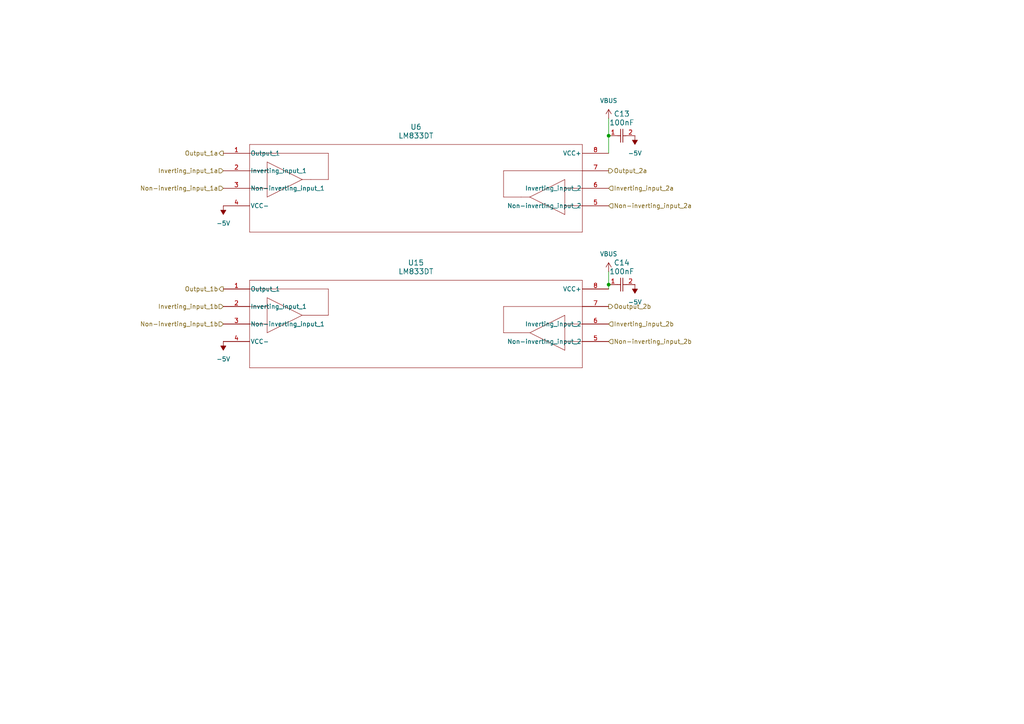
<source format=kicad_sch>
(kicad_sch (version 20231120) (generator "eeschema") (generator_version "8.0")
  (paper "A4")
  (lib_symbols
    (symbol "CMPE2750:LM833DT" (pin_names (offset 0.254))
      (property "Reference" "U" (at 55.88 10.16 0))
      (property "Value" "LM833DT" (at 55.88 7.62 0))
      (symbol "LM833DT_0_1"
        (polyline (pts (xy 7.62 -20.32) (xy 104.14 -20.32)) (stroke (width 0.127)))
        (polyline (pts (xy 7.62 -2.54) (xy 12.7 -2.54)) (stroke (width 0.127)))
        (polyline (pts (xy 7.62 2.54) (xy 30.48 2.54)) (stroke (width 0.127)))
        (polyline (pts (xy 7.62 5.08) (xy 7.62 -20.32)) (stroke (width 0.127)))
        (polyline (pts (xy 12.7 -10.16) (xy 22.86 -5.08)) (stroke (width 0.127)))
        (polyline (pts (xy 12.7 -7.62) (xy 7.62 -7.62)) (stroke (width 0.127)))
        (polyline (pts (xy 12.7 0) (xy 12.7 -10.16)) (stroke (width 0.127)))
        (polyline (pts (xy 22.86 -5.08) (xy 12.7 0)) (stroke (width 0.127)))
        (polyline (pts (xy 22.86 -5.08) (xy 25.4 -5.08)) (stroke (width 0.127)))
        (polyline (pts (xy 30.48 -5.08) (xy 25.4 -5.08)) (stroke (width 0.127)))
        (polyline (pts (xy 30.48 2.54) (xy 30.48 -5.08)) (stroke (width 0.127)))
        (polyline (pts (xy 81.28 -10.16) (xy 86.36 -10.16)) (stroke (width 0.127)))
        (polyline (pts (xy 81.28 -2.54) (xy 81.28 -10.16)) (stroke (width 0.127)))
        (polyline (pts (xy 88.9 -10.16) (xy 86.36 -10.16)) (stroke (width 0.127)))
        (polyline (pts (xy 88.9 -10.16) (xy 99.06 -5.08)) (stroke (width 0.127)))
        (polyline (pts (xy 99.06 -15.24) (xy 88.9 -10.16)) (stroke (width 0.127)))
        (polyline (pts (xy 99.06 -7.62) (xy 104.14 -7.62)) (stroke (width 0.127)))
        (polyline (pts (xy 99.06 -5.08) (xy 99.06 -15.24)) (stroke (width 0.127)))
        (polyline (pts (xy 104.14 -20.32) (xy 104.14 5.08)) (stroke (width 0.127)))
        (polyline (pts (xy 104.14 -12.7) (xy 99.06 -12.7)) (stroke (width 0.127)))
        (polyline (pts (xy 104.14 -2.54) (xy 81.28 -2.54)) (stroke (width 0.127)))
        (polyline (pts (xy 104.14 5.08) (xy 7.62 5.08)) (stroke (width 0.127)))
        (pin output line (at 0 2.54 0) (length 7.62) (name "Output_1") (number "1"))
        (pin input line (at 0 -2.54 0) (length 7.62) (name "Inverting_input_1") (number "2"))
        (pin input line (at 0 -7.62 0) (length 7.62) (name "Non-inverting_input_1") (number "3"))
        (pin power_in line (at 0 -12.7 0) (length 7.62) (name "VCC-") (number "4"))
        (pin input line (at 111.76 -12.7 180) (length 7.62) (name "Non-inverting_input_2") (number "5"))
        (pin input line (at 111.76 -7.62 180) (length 7.62) (name "Inverting_input_2") (number "6"))
        (pin output line (at 111.76 -2.54 180) (length 7.62) (name "") (number "7"))
        (pin power_in line (at 111.76 2.54 180) (length 7.62) (name "VCC+") (number "8"))
      )
    )
    (symbol "CMPE2750:LMK212B7105KGHTR" (pin_names (offset 0.254))
      (property "Reference" "C" (at 3.81 3.81 0))
      (property "Value" "100nF LMK212B7105KGHTR" (at 3.81 -3.81 0))
      (symbol "LMK212B7105KGHTR_1_1"
        (polyline (pts (xy 2.54 0) (xy 3.4798 0)) (stroke (width 0.2032)))
        (polyline (pts (xy 3.4798 -1.905) (xy 3.4798 1.905)) (stroke (width 0.2032)))
        (polyline (pts (xy 4.1148 -1.905) (xy 4.1148 1.905)) (stroke (width 0.2032)))
        (polyline (pts (xy 4.1148 0) (xy 5.08 0)) (stroke (width 0.2032)))
        (pin passive line (at 0 0 0) (length 2.54) (name "") (number "1"))
        (pin passive line (at 7.62 0 180) (length 2.54) (name "") (number "2"))
      )
      (symbol "LMK212B7105KGHTR_1_2"
        (polyline (pts (xy -1.905 -4.1148) (xy 1.905 -4.1148)) (stroke (width 0.2032)))
        (polyline (pts (xy -1.905 -3.4798) (xy 1.905 -3.4798)) (stroke (width 0.2032)))
        (polyline (pts (xy 0 -4.1148) (xy 0 -5.08)) (stroke (width 0.2032)))
        (polyline (pts (xy 0 -2.54) (xy 0 -3.4798)) (stroke (width 0.2032)))
        (pin unspecified line (at 0 0 270) (length 2.54) (name "") (number "1"))
        (pin unspecified line (at 0 -7.62 90) (length 2.54) (name "") (number "2"))
      )
    )
    (symbol "power:-5V" (power) (pin_numbers hide) (pin_names (offset 0) hide)
      (property "Value" "-5V" (at 0 3.556 0))
      (symbol "-5V_0_0"
        (pin power_in line (at 0 0 90) (length 0) (name "~") (number "1"))
      )
      (symbol "-5V_0_1"
        (polyline (pts (xy 0 0) (xy 0 1.27) (xy 0.762 1.27) (xy 0 2.54) (xy -0.762 1.27) (xy 0 1.27)) (fill (type outline)))
      )
    )
    (symbol "power:VBUS" (power) (pin_numbers hide) (pin_names (offset 0) hide)
      (property "Value" "VBUS" (at 0 3.556 0))
      (symbol "VBUS_0_1"
        (polyline (pts (xy -0.762 1.27) (xy 0 2.54)))
        (polyline (pts (xy 0 0) (xy 0 2.54)))
        (polyline (pts (xy 0 2.54) (xy 0.762 1.27)))
      )
      (symbol "VBUS_1_1"
        (pin power_in line (at 0 0 90) (length 0) (name "~") (number "1"))
      )
    )
  )
  (junction (at 176.53 39.37))
  (junction (at 176.53 82.55))
  (wire (pts (xy 176.53 34.29) (xy 176.53 39.37)))
  (wire (pts (xy 176.53 78.74) (xy 176.53 82.55)))
  (wire (pts (xy 176.53 82.55) (xy 176.53 83.82)))
  (wire (pts (xy 176.53 39.37) (xy 176.53 44.45)))
  (hierarchical_label "Inverting_input_2a" (shape input) (at 176.53 54.61 0))
  (hierarchical_label "Non-inverting_input_1a" (shape input) (at 64.77 54.61 180))
  (hierarchical_label "Output_1a" (shape output) (at 64.77 44.45 180))
  (hierarchical_label "Output_1b" (shape output) (at 64.77 83.82 180))
  (hierarchical_label "Inverting_input_1a" (shape input) (at 64.77 49.53 180))
  (hierarchical_label "Non-inverting_input_1b" (shape input) (at 64.77 93.98 180))
  (hierarchical_label "Non-inverting_input_2a" (shape input) (at 176.53 59.69 0))
  (hierarchical_label "Inverting_input_2b" (shape input) (at 176.53 93.98 0))
  (hierarchical_label "Inverting_input_1b" (shape input) (at 64.77 88.9 180))
  (hierarchical_label "Non-inverting_input_2b" (shape input) (at 176.53 99.06 0))
  (hierarchical_label "Ooutput_2b" (shape output) (at 176.53 88.9 0))
  (hierarchical_label "Output_2a" (shape output) (at 176.53 49.53 0))
  (symbol (lib_id "CMPE2750:LM833DT") (at 64.77 46.99 0) (unit 1)
    (property "Reference" "U6" (at 120.65 36.83 0) (effects (font (size 1.524 1.524))))
    (property "Value" "LM833DT" (at 120.65 39.37 0) (effects (font (size 1.524 1.524))))
    (property "Footprint" "SO_833DT_STM" (effects (hide yes)))
    (property "Datasheet" "LM833DT" (effects (hide yes)))
  )
  (symbol (lib_id "CMPE2750:LMK212B7105KGHTR") (at 176.53 39.37 0) (unit 1)
    (property "Reference" "C13" (at 180.34 33.02 0) (effects (font (size 1.524 1.524))))
    (property "Value" "100nF" (at 180.34 35.56 0) (effects (font (size 1.524 1.524))))
    (property "Footprint" "LMK212G_TAY" (effects (hide yes)))
    (property "Datasheet" "LMK212B7105KGHTR" (effects (hide yes)))
  )
  (symbol (lib_id "power:VBUS") (at 176.53 78.74 0) (unit 1)
    (property "Reference" "#PWR019" (effects (hide yes)))
    (property "Value" "VBUS" (at 176.53 73.66 0))
    (property "Description" "Power symbol creates a global label with name \"VBUS\"" (effects (hide yes)))
  )
  (symbol (lib_id "power:-5V") (at 184.15 82.55 180) (unit 1)
    (property "Reference" "#PWR0119" (effects (hide yes)))
    (property "Value" "-5V" (at 184.15 87.63 0))
    (property "Description" "Power symbol creates a global label with name \"-5V\"" (effects (hide yes)))
  )
  (symbol (lib_id "CMPE2750:LM833DT") (at 64.77 86.36 0) (unit 1)
    (property "Reference" "U15" (at 120.65 76.2 0) (effects (font (size 1.524 1.524))))
    (property "Value" "LM833DT" (at 120.65 78.74 0) (effects (font (size 1.524 1.524))))
    (property "Footprint" "SO_833DT_STM" (effects (hide yes)))
    (property "Datasheet" "LM833DT" (effects (hide yes)))
  )
  (symbol (lib_id "power:-5V") (at 64.77 99.06 180) (unit 1)
    (property "Reference" "#PWR0118" (effects (hide yes)))
    (property "Value" "-5V" (at 64.77 104.14 0))
    (property "Description" "Power symbol creates a global label with name \"-5V\"" (effects (hide yes)))
  )
  (symbol (lib_id "power:-5V") (at 64.77 59.69 180) (unit 1)
    (property "Reference" "#PWR011" (effects (hide yes)))
    (property "Value" "-5V" (at 64.77 64.77 0))
    (property "Description" "Power symbol creates a global label with name \"-5V\"" (effects (hide yes)))
  )
  (symbol (lib_id "power:-5V") (at 184.15 39.37 180) (unit 1)
    (property "Reference" "#PWR0120" (effects (hide yes)))
    (property "Value" "-5V" (at 184.15 44.45 0))
    (property "Description" "Power symbol creates a global label with name \"-5V\"" (effects (hide yes)))
  )
  (symbol (lib_id "power:VBUS") (at 176.53 34.29 0) (unit 1)
    (property "Reference" "#PWR018" (effects (hide yes)))
    (property "Value" "VBUS" (at 176.53 29.21 0))
    (property "Description" "Power symbol creates a global label with name \"VBUS\"" (effects (hide yes)))
  )
  (symbol (lib_id "CMPE2750:LMK212B7105KGHTR") (at 176.53 82.55 0) (unit 1)
    (property "Reference" "C14" (at 180.34 76.2 0) (effects (font (size 1.524 1.524))))
    (property "Value" "100nF" (at 180.34 78.74 0) (effects (font (size 1.524 1.524))))
    (property "Footprint" "LMK212G_TAY" (effects (hide yes)))
    (property "Datasheet" "LMK212B7105KGHTR" (effects (hide yes)))
  )
)
</source>
